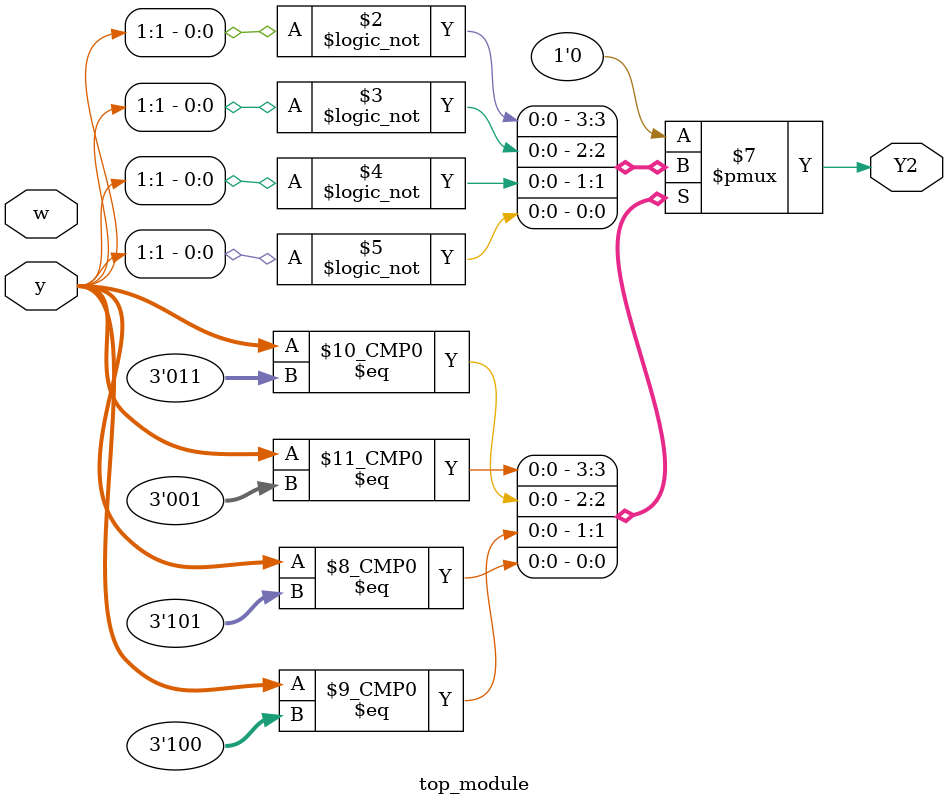
<source format=sv>
module top_module(
  input [3:1] y,
  input w,
  output reg Y2
);

  always @(*) begin
    case(y)
      3'b000: Y2 = 0; // State A
      3'b001: Y2 = !y[1]; // State B
      3'b010: Y2 = 0; // State C
      3'b011: Y2 = !y[1]; // State D
      3'b100: Y2 = !y[1]; // State E
      3'b101: Y2 = !y[1]; // State F
      default: Y2 = 0; // Default case
    endcase
  end

endmodule

</source>
